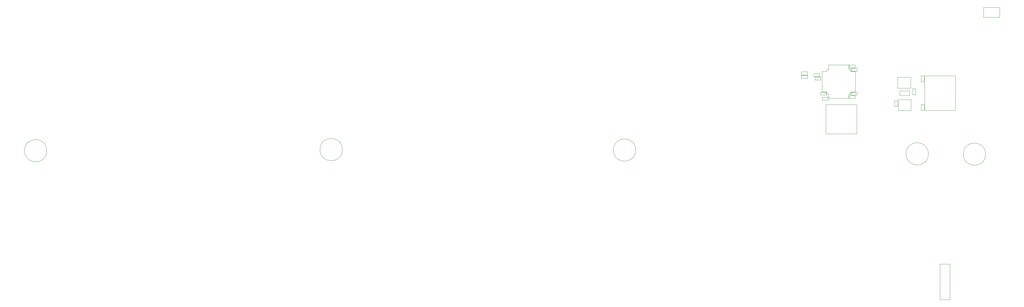
<source format=gbr>
G04 #@! TF.GenerationSoftware,KiCad,Pcbnew,9.0.0*
G04 #@! TF.CreationDate,2025-04-22T01:26:24+02:00*
G04 #@! TF.ProjectId,takt11800,74616b74-3131-4383-9030-2e6b69636164,1.0.0*
G04 #@! TF.SameCoordinates,Original*
G04 #@! TF.FileFunction,Other,User*
%FSLAX46Y46*%
G04 Gerber Fmt 4.6, Leading zero omitted, Abs format (unit mm)*
G04 Created by KiCad (PCBNEW 9.0.0) date 2025-04-22 01:26:24*
%MOMM*%
%LPD*%
G01*
G04 APERTURE LIST*
%ADD10C,0.050000*%
G04 APERTURE END LIST*
D10*
X30960000Y-116370000D02*
G75*
G02*
X24060000Y-116370000I-3450000J0D01*
G01*
X24060000Y-116370000D02*
G75*
G02*
X30960000Y-116370000I3450000J0D01*
G01*
X321350000Y-117440000D02*
G75*
G02*
X314450000Y-117440000I-3450000J0D01*
G01*
X314450000Y-117440000D02*
G75*
G02*
X321350000Y-117440000I3450000J0D01*
G01*
X303650000Y-117340000D02*
G75*
G02*
X296750000Y-117340000I-3450000J0D01*
G01*
X296750000Y-117340000D02*
G75*
G02*
X303650000Y-117340000I3450000J0D01*
G01*
X122380000Y-116030000D02*
G75*
G02*
X115480000Y-116030000I-3450000J0D01*
G01*
X115480000Y-116030000D02*
G75*
G02*
X122380000Y-116030000I3450000J0D01*
G01*
X213140000Y-116180000D02*
G75*
G02*
X206240000Y-116180000I-3450000J0D01*
G01*
X206240000Y-116180000D02*
G75*
G02*
X213140000Y-116180000I3450000J0D01*
G01*
X301430000Y-101980000D02*
X302370000Y-101980000D01*
X301430000Y-103840000D02*
X301430000Y-101980000D01*
X302370000Y-101980000D02*
X302370000Y-103840000D01*
X302370000Y-103840000D02*
X301430000Y-103840000D01*
X270830000Y-99790000D02*
X272650000Y-99790000D01*
X270830000Y-100710000D02*
X270830000Y-99790000D01*
X272650000Y-99790000D02*
X272650000Y-100710000D01*
X272650000Y-100710000D02*
X270830000Y-100710000D01*
X298760000Y-97180000D02*
X299680000Y-97180000D01*
X298760000Y-99000000D02*
X298760000Y-97180000D01*
X299680000Y-97180000D02*
X299680000Y-99000000D01*
X299680000Y-99000000D02*
X298760000Y-99000000D01*
X301410000Y-93200000D02*
X302350000Y-93200000D01*
X301410000Y-95060000D02*
X301410000Y-93200000D01*
X302350000Y-93200000D02*
X302350000Y-95060000D01*
X302350000Y-95060000D02*
X301410000Y-95060000D01*
X294077500Y-93620000D02*
X294077500Y-97020000D01*
X294077500Y-97020000D02*
X298177500Y-97020000D01*
X298177500Y-93620000D02*
X294077500Y-93620000D01*
X298177500Y-97020000D02*
X298177500Y-93620000D01*
X270770000Y-91847500D02*
X272170000Y-91847500D01*
X270770000Y-94997500D02*
X270770000Y-91847500D01*
X270770000Y-94997500D02*
X270770000Y-98147500D01*
X270770000Y-98147500D02*
X272170000Y-98147500D01*
X272170000Y-91247500D02*
X272770000Y-91247500D01*
X272170000Y-91847500D02*
X272170000Y-91247500D01*
X272170000Y-98147500D02*
X272170000Y-98747500D01*
X272170000Y-98747500D02*
X272770000Y-98747500D01*
X272770000Y-89847500D02*
X275920000Y-89847500D01*
X272770000Y-91247500D02*
X272770000Y-89847500D01*
X272770000Y-98747500D02*
X272770000Y-100147500D01*
X272770000Y-100147500D02*
X275920000Y-100147500D01*
X279070000Y-89847500D02*
X275920000Y-89847500D01*
X279070000Y-91247500D02*
X279070000Y-89847500D01*
X279070000Y-98747500D02*
X279070000Y-100147500D01*
X279070000Y-100147500D02*
X275920000Y-100147500D01*
X279670000Y-91247500D02*
X279070000Y-91247500D01*
X279670000Y-91847500D02*
X279670000Y-91247500D01*
X279670000Y-98147500D02*
X279670000Y-98747500D01*
X279670000Y-98747500D02*
X279070000Y-98747500D01*
X281070000Y-91847500D02*
X279670000Y-91847500D01*
X281070000Y-94997500D02*
X281070000Y-91847500D01*
X281070000Y-94997500D02*
X281070000Y-98147500D01*
X281070000Y-98147500D02*
X279670000Y-98147500D01*
X279153500Y-99254500D02*
X280973500Y-99254500D01*
X279153500Y-100174500D02*
X279153500Y-99254500D01*
X280973500Y-99254500D02*
X280973500Y-100174500D01*
X280973500Y-100174500D02*
X279153500Y-100174500D01*
X270263500Y-98234500D02*
X272083500Y-98234500D01*
X270263500Y-99154500D02*
X270263500Y-98234500D01*
X272083500Y-98234500D02*
X272083500Y-99154500D01*
X272083500Y-99154500D02*
X270263500Y-99154500D01*
X302530000Y-103840000D02*
X302530000Y-93200000D01*
X311950000Y-93200000D02*
X302530000Y-93200000D01*
X311950000Y-103840000D02*
X302530000Y-103840000D01*
X311950000Y-103840000D02*
X311950000Y-93200000D01*
X268170000Y-92510000D02*
X269990000Y-92510000D01*
X268170000Y-93430000D02*
X268170000Y-92510000D01*
X269990000Y-92510000D02*
X269990000Y-93430000D01*
X269990000Y-93430000D02*
X268170000Y-93430000D01*
X279760000Y-90840000D02*
X281580000Y-90840000D01*
X279760000Y-91760000D02*
X279760000Y-90840000D01*
X281580000Y-90840000D02*
X281580000Y-91760000D01*
X281580000Y-91760000D02*
X279760000Y-91760000D01*
X320660000Y-72040000D02*
X320660000Y-75040000D01*
X320660000Y-75040000D02*
X325660000Y-75040000D01*
X325660000Y-72040000D02*
X320660000Y-72040000D01*
X325660000Y-75040000D02*
X325660000Y-72040000D01*
X294390000Y-100540000D02*
X294390000Y-103940000D01*
X294390000Y-103940000D02*
X298230000Y-103940000D01*
X298230000Y-100540000D02*
X294390000Y-100540000D01*
X298230000Y-103940000D02*
X298230000Y-100540000D01*
X264390000Y-91960000D02*
X266250000Y-91960000D01*
X264390000Y-92900000D02*
X264390000Y-91960000D01*
X266250000Y-91960000D02*
X266250000Y-92900000D01*
X266250000Y-92900000D02*
X264390000Y-92900000D01*
X271960000Y-102105000D02*
X281460000Y-102105000D01*
X271960000Y-111105000D02*
X271960000Y-102105000D01*
X271960000Y-111105000D02*
X281460000Y-111105000D01*
X281460000Y-111105000D02*
X281460000Y-102105000D01*
X279753500Y-98234500D02*
X281573500Y-98234500D01*
X279753500Y-99154500D02*
X279753500Y-98234500D01*
X281573500Y-98234500D02*
X281573500Y-99154500D01*
X281573500Y-99154500D02*
X279753500Y-99154500D01*
X294760000Y-97830000D02*
X297720000Y-97830000D01*
X294760000Y-99290000D02*
X294760000Y-97830000D01*
X297720000Y-97830000D02*
X297720000Y-99290000D01*
X297720000Y-99290000D02*
X294760000Y-99290000D01*
X268520000Y-93570000D02*
X270340000Y-93570000D01*
X268520000Y-94490000D02*
X268520000Y-93570000D01*
X270340000Y-93570000D02*
X270340000Y-94490000D01*
X270340000Y-94490000D02*
X268520000Y-94490000D01*
X279170000Y-89810000D02*
X280990000Y-89810000D01*
X279170000Y-90730000D02*
X279170000Y-89810000D01*
X280990000Y-89810000D02*
X280990000Y-90730000D01*
X280990000Y-90730000D02*
X279170000Y-90730000D01*
X307270000Y-151450000D02*
X310270000Y-151450000D01*
X307270000Y-162450000D02*
X307270000Y-151450000D01*
X310270000Y-151450000D02*
X310270000Y-162450000D01*
X310270000Y-162450000D02*
X307270000Y-162450000D01*
X293160000Y-100860000D02*
X294080000Y-100860000D01*
X293160000Y-102680000D02*
X293160000Y-100860000D01*
X294080000Y-100860000D02*
X294080000Y-102680000D01*
X294080000Y-102680000D02*
X293160000Y-102680000D01*
X264400000Y-93020000D02*
X266260000Y-93020000D01*
X264400000Y-93960000D02*
X264400000Y-93020000D01*
X266260000Y-93020000D02*
X266260000Y-93960000D01*
X266260000Y-93960000D02*
X264400000Y-93960000D01*
M02*

</source>
